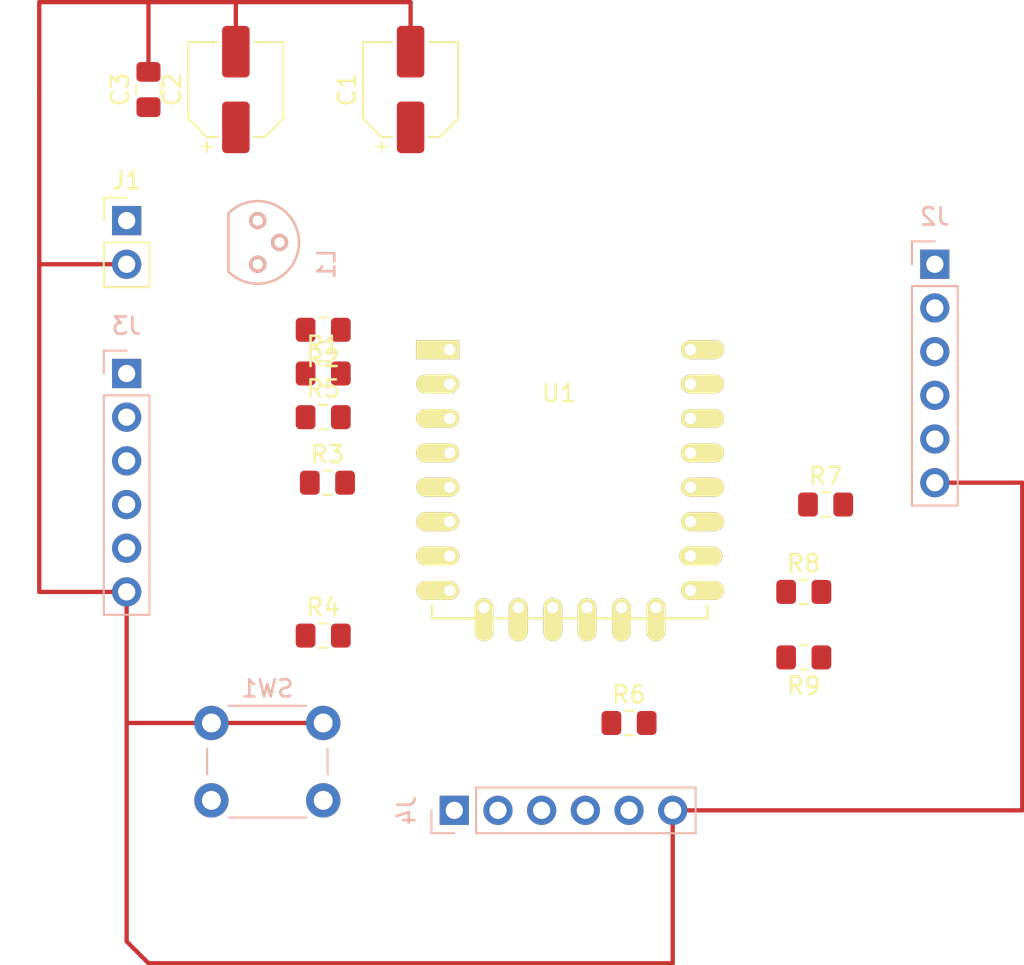
<source format=kicad_pcb>
(kicad_pcb (version 20171130) (host pcbnew 5.0.2-bee76a0~70~ubuntu16.04.1)

  (general
    (thickness 1.6)
    (drawings 0)
    (tracks 20)
    (zones 0)
    (modules 19)
    (nets 26)
  )

  (page A4)
  (layers
    (0 F.Cu signal)
    (31 B.Cu signal)
    (32 B.Adhes user)
    (33 F.Adhes user)
    (34 B.Paste user)
    (35 F.Paste user)
    (36 B.SilkS user)
    (37 F.SilkS user)
    (38 B.Mask user)
    (39 F.Mask user)
    (40 Dwgs.User user)
    (41 Cmts.User user)
    (42 Eco1.User user)
    (43 Eco2.User user)
    (44 Edge.Cuts user)
    (45 Margin user)
    (46 B.CrtYd user)
    (47 F.CrtYd user)
    (48 B.Fab user)
    (49 F.Fab user)
  )

  (setup
    (last_trace_width 0.25)
    (trace_clearance 0.2)
    (zone_clearance 0.508)
    (zone_45_only no)
    (trace_min 0.2)
    (segment_width 0.2)
    (edge_width 0.1)
    (via_size 0.8)
    (via_drill 0.4)
    (via_min_size 0.4)
    (via_min_drill 0.3)
    (uvia_size 0.3)
    (uvia_drill 0.1)
    (uvias_allowed no)
    (uvia_min_size 0.2)
    (uvia_min_drill 0.1)
    (pcb_text_width 0.3)
    (pcb_text_size 1.5 1.5)
    (mod_edge_width 0.15)
    (mod_text_size 1 1)
    (mod_text_width 0.15)
    (pad_size 1.5 1.5)
    (pad_drill 0.6)
    (pad_to_mask_clearance 0)
    (aux_axis_origin 0 0)
    (visible_elements FFFFFF7F)
    (pcbplotparams
      (layerselection 0x010fc_ffffffff)
      (usegerberextensions false)
      (usegerberattributes false)
      (usegerberadvancedattributes false)
      (creategerberjobfile false)
      (excludeedgelayer true)
      (linewidth 0.100000)
      (plotframeref false)
      (viasonmask false)
      (mode 1)
      (useauxorigin false)
      (hpglpennumber 1)
      (hpglpenspeed 20)
      (hpglpendiameter 15.000000)
      (psnegative false)
      (psa4output false)
      (plotreference true)
      (plotvalue true)
      (plotinvisibletext false)
      (padsonsilk false)
      (subtractmaskfromsilk false)
      (outputformat 1)
      (mirror false)
      (drillshape 1)
      (scaleselection 1)
      (outputdirectory ""))
  )

  (net 0 "")
  (net 1 "Net-(C1-Pad2)")
  (net 2 "Net-(C1-Pad1)")
  (net 3 "Net-(C2-Pad1)")
  (net 4 "Net-(J2-Pad2)")
  (net 5 "Net-(J2-Pad3)")
  (net 6 "Net-(J2-Pad4)")
  (net 7 "Net-(J2-Pad5)")
  (net 8 GPIO10)
  (net 9 GPIO12)
  (net 10 GPIO13)
  (net 11 GPIO14)
  (net 12 GPIO9)
  (net 13 GPIO5)
  (net 14 GPIO4)
  (net 15 "Net-(J4-Pad5)")
  (net 16 "Net-(R1-Pad2)")
  (net 17 "Net-(R4-Pad1)")
  (net 18 "Net-(R5-Pad2)")
  (net 19 "Net-(R6-Pad2)")
  (net 20 "Net-(R7-Pad1)")
  (net 21 "Net-(R8-Pad2)")
  (net 22 "Net-(U1-Pad17)")
  (net 23 "Net-(U1-Pad18)")
  (net 24 "Net-(U1-Pad21)")
  (net 25 "Net-(U1-Pad22)")

  (net_class Default "Это класс цепей по умолчанию."
    (clearance 0.2)
    (trace_width 0.25)
    (via_dia 0.8)
    (via_drill 0.4)
    (uvia_dia 0.3)
    (uvia_drill 0.1)
    (add_net GPIO10)
    (add_net GPIO12)
    (add_net GPIO13)
    (add_net GPIO14)
    (add_net GPIO4)
    (add_net GPIO5)
    (add_net GPIO9)
    (add_net "Net-(C1-Pad1)")
    (add_net "Net-(C1-Pad2)")
    (add_net "Net-(C2-Pad1)")
    (add_net "Net-(J2-Pad2)")
    (add_net "Net-(J2-Pad3)")
    (add_net "Net-(J2-Pad4)")
    (add_net "Net-(J2-Pad5)")
    (add_net "Net-(J4-Pad5)")
    (add_net "Net-(R1-Pad2)")
    (add_net "Net-(R4-Pad1)")
    (add_net "Net-(R5-Pad2)")
    (add_net "Net-(R6-Pad2)")
    (add_net "Net-(R7-Pad1)")
    (add_net "Net-(R8-Pad2)")
    (add_net "Net-(U1-Pad17)")
    (add_net "Net-(U1-Pad18)")
    (add_net "Net-(U1-Pad21)")
    (add_net "Net-(U1-Pad22)")
  )

  (module Capacitor_SMD:CP_Elec_5x3 (layer F.Cu) (tedit 5BCA39CF) (tstamp 5CAE6BE4)
    (at 85.09 50.8 90)
    (descr "SMD capacitor, aluminum electrolytic, Nichicon, 5.0x3.0mm")
    (tags "capacitor electrolytic")
    (path /5C5E3F09)
    (attr smd)
    (fp_text reference C1 (at 0 -3.7 90) (layer F.SilkS)
      (effects (font (size 1 1) (thickness 0.15)))
    )
    (fp_text value 10mF (at 0 3.7 90) (layer F.Fab)
      (effects (font (size 1 1) (thickness 0.15)))
    )
    (fp_text user %R (at 0 0 90) (layer F.Fab)
      (effects (font (size 1 1) (thickness 0.15)))
    )
    (fp_line (start -3.95 1.05) (end -2.9 1.05) (layer F.CrtYd) (width 0.05))
    (fp_line (start -3.95 -1.05) (end -3.95 1.05) (layer F.CrtYd) (width 0.05))
    (fp_line (start -2.9 -1.05) (end -3.95 -1.05) (layer F.CrtYd) (width 0.05))
    (fp_line (start -2.9 1.05) (end -2.9 1.75) (layer F.CrtYd) (width 0.05))
    (fp_line (start -2.9 -1.75) (end -2.9 -1.05) (layer F.CrtYd) (width 0.05))
    (fp_line (start -2.9 -1.75) (end -1.75 -2.9) (layer F.CrtYd) (width 0.05))
    (fp_line (start -2.9 1.75) (end -1.75 2.9) (layer F.CrtYd) (width 0.05))
    (fp_line (start -1.75 -2.9) (end 2.9 -2.9) (layer F.CrtYd) (width 0.05))
    (fp_line (start -1.75 2.9) (end 2.9 2.9) (layer F.CrtYd) (width 0.05))
    (fp_line (start 2.9 1.05) (end 2.9 2.9) (layer F.CrtYd) (width 0.05))
    (fp_line (start 3.95 1.05) (end 2.9 1.05) (layer F.CrtYd) (width 0.05))
    (fp_line (start 3.95 -1.05) (end 3.95 1.05) (layer F.CrtYd) (width 0.05))
    (fp_line (start 2.9 -1.05) (end 3.95 -1.05) (layer F.CrtYd) (width 0.05))
    (fp_line (start 2.9 -2.9) (end 2.9 -1.05) (layer F.CrtYd) (width 0.05))
    (fp_line (start -3.3125 -1.9975) (end -3.3125 -1.3725) (layer F.SilkS) (width 0.12))
    (fp_line (start -3.625 -1.685) (end -3 -1.685) (layer F.SilkS) (width 0.12))
    (fp_line (start -2.76 1.695563) (end -1.695563 2.76) (layer F.SilkS) (width 0.12))
    (fp_line (start -2.76 -1.695563) (end -1.695563 -2.76) (layer F.SilkS) (width 0.12))
    (fp_line (start -2.76 -1.695563) (end -2.76 -1.06) (layer F.SilkS) (width 0.12))
    (fp_line (start -2.76 1.695563) (end -2.76 1.06) (layer F.SilkS) (width 0.12))
    (fp_line (start -1.695563 2.76) (end 2.76 2.76) (layer F.SilkS) (width 0.12))
    (fp_line (start -1.695563 -2.76) (end 2.76 -2.76) (layer F.SilkS) (width 0.12))
    (fp_line (start 2.76 -2.76) (end 2.76 -1.06) (layer F.SilkS) (width 0.12))
    (fp_line (start 2.76 2.76) (end 2.76 1.06) (layer F.SilkS) (width 0.12))
    (fp_line (start -1.783956 -1.45) (end -1.783956 -0.95) (layer F.Fab) (width 0.1))
    (fp_line (start -2.033956 -1.2) (end -1.533956 -1.2) (layer F.Fab) (width 0.1))
    (fp_line (start -2.65 1.65) (end -1.65 2.65) (layer F.Fab) (width 0.1))
    (fp_line (start -2.65 -1.65) (end -1.65 -2.65) (layer F.Fab) (width 0.1))
    (fp_line (start -2.65 -1.65) (end -2.65 1.65) (layer F.Fab) (width 0.1))
    (fp_line (start -1.65 2.65) (end 2.65 2.65) (layer F.Fab) (width 0.1))
    (fp_line (start -1.65 -2.65) (end 2.65 -2.65) (layer F.Fab) (width 0.1))
    (fp_line (start 2.65 -2.65) (end 2.65 2.65) (layer F.Fab) (width 0.1))
    (fp_circle (center 0 0) (end 2.5 0) (layer F.Fab) (width 0.1))
    (pad 2 smd roundrect (at 2.2 0 90) (size 3 1.6) (layers F.Cu F.Paste F.Mask) (roundrect_rratio 0.15625)
      (net 1 "Net-(C1-Pad2)"))
    (pad 1 smd roundrect (at -2.2 0 90) (size 3 1.6) (layers F.Cu F.Paste F.Mask) (roundrect_rratio 0.15625)
      (net 2 "Net-(C1-Pad1)"))
    (model ${KISYS3DMOD}/Capacitor_SMD.3dshapes/CP_Elec_5x3.wrl
      (at (xyz 0 0 0))
      (scale (xyz 1 1 1))
      (rotate (xyz 0 0 0))
    )
  )

  (module Capacitor_SMD:CP_Elec_5x3 (layer F.Cu) (tedit 5BCA39CF) (tstamp 5CAE6C0C)
    (at 74.93 50.8 90)
    (descr "SMD capacitor, aluminum electrolytic, Nichicon, 5.0x3.0mm")
    (tags "capacitor electrolytic")
    (path /5C5E3EA1)
    (attr smd)
    (fp_text reference C2 (at 0 -3.7 90) (layer F.SilkS)
      (effects (font (size 1 1) (thickness 0.15)))
    )
    (fp_text value 10mF (at 0 3.7 90) (layer F.Fab)
      (effects (font (size 1 1) (thickness 0.15)))
    )
    (fp_circle (center 0 0) (end 2.5 0) (layer F.Fab) (width 0.1))
    (fp_line (start 2.65 -2.65) (end 2.65 2.65) (layer F.Fab) (width 0.1))
    (fp_line (start -1.65 -2.65) (end 2.65 -2.65) (layer F.Fab) (width 0.1))
    (fp_line (start -1.65 2.65) (end 2.65 2.65) (layer F.Fab) (width 0.1))
    (fp_line (start -2.65 -1.65) (end -2.65 1.65) (layer F.Fab) (width 0.1))
    (fp_line (start -2.65 -1.65) (end -1.65 -2.65) (layer F.Fab) (width 0.1))
    (fp_line (start -2.65 1.65) (end -1.65 2.65) (layer F.Fab) (width 0.1))
    (fp_line (start -2.033956 -1.2) (end -1.533956 -1.2) (layer F.Fab) (width 0.1))
    (fp_line (start -1.783956 -1.45) (end -1.783956 -0.95) (layer F.Fab) (width 0.1))
    (fp_line (start 2.76 2.76) (end 2.76 1.06) (layer F.SilkS) (width 0.12))
    (fp_line (start 2.76 -2.76) (end 2.76 -1.06) (layer F.SilkS) (width 0.12))
    (fp_line (start -1.695563 -2.76) (end 2.76 -2.76) (layer F.SilkS) (width 0.12))
    (fp_line (start -1.695563 2.76) (end 2.76 2.76) (layer F.SilkS) (width 0.12))
    (fp_line (start -2.76 1.695563) (end -2.76 1.06) (layer F.SilkS) (width 0.12))
    (fp_line (start -2.76 -1.695563) (end -2.76 -1.06) (layer F.SilkS) (width 0.12))
    (fp_line (start -2.76 -1.695563) (end -1.695563 -2.76) (layer F.SilkS) (width 0.12))
    (fp_line (start -2.76 1.695563) (end -1.695563 2.76) (layer F.SilkS) (width 0.12))
    (fp_line (start -3.625 -1.685) (end -3 -1.685) (layer F.SilkS) (width 0.12))
    (fp_line (start -3.3125 -1.9975) (end -3.3125 -1.3725) (layer F.SilkS) (width 0.12))
    (fp_line (start 2.9 -2.9) (end 2.9 -1.05) (layer F.CrtYd) (width 0.05))
    (fp_line (start 2.9 -1.05) (end 3.95 -1.05) (layer F.CrtYd) (width 0.05))
    (fp_line (start 3.95 -1.05) (end 3.95 1.05) (layer F.CrtYd) (width 0.05))
    (fp_line (start 3.95 1.05) (end 2.9 1.05) (layer F.CrtYd) (width 0.05))
    (fp_line (start 2.9 1.05) (end 2.9 2.9) (layer F.CrtYd) (width 0.05))
    (fp_line (start -1.75 2.9) (end 2.9 2.9) (layer F.CrtYd) (width 0.05))
    (fp_line (start -1.75 -2.9) (end 2.9 -2.9) (layer F.CrtYd) (width 0.05))
    (fp_line (start -2.9 1.75) (end -1.75 2.9) (layer F.CrtYd) (width 0.05))
    (fp_line (start -2.9 -1.75) (end -1.75 -2.9) (layer F.CrtYd) (width 0.05))
    (fp_line (start -2.9 -1.75) (end -2.9 -1.05) (layer F.CrtYd) (width 0.05))
    (fp_line (start -2.9 1.05) (end -2.9 1.75) (layer F.CrtYd) (width 0.05))
    (fp_line (start -2.9 -1.05) (end -3.95 -1.05) (layer F.CrtYd) (width 0.05))
    (fp_line (start -3.95 -1.05) (end -3.95 1.05) (layer F.CrtYd) (width 0.05))
    (fp_line (start -3.95 1.05) (end -2.9 1.05) (layer F.CrtYd) (width 0.05))
    (fp_text user %R (at 0 0 90) (layer F.Fab)
      (effects (font (size 1 1) (thickness 0.15)))
    )
    (pad 1 smd roundrect (at -2.2 0 90) (size 3 1.6) (layers F.Cu F.Paste F.Mask) (roundrect_rratio 0.15625)
      (net 3 "Net-(C2-Pad1)"))
    (pad 2 smd roundrect (at 2.2 0 90) (size 3 1.6) (layers F.Cu F.Paste F.Mask) (roundrect_rratio 0.15625)
      (net 1 "Net-(C1-Pad2)"))
    (model ${KISYS3DMOD}/Capacitor_SMD.3dshapes/CP_Elec_5x3.wrl
      (at (xyz 0 0 0))
      (scale (xyz 1 1 1))
      (rotate (xyz 0 0 0))
    )
  )

  (module Capacitor_SMD:C_0805_2012Metric_Pad1.15x1.40mm_HandSolder (layer F.Cu) (tedit 5B36C52B) (tstamp 5CAE6C1D)
    (at 69.85 50.8 90)
    (descr "Capacitor SMD 0805 (2012 Metric), square (rectangular) end terminal, IPC_7351 nominal with elongated pad for handsoldering. (Body size source: https://docs.google.com/spreadsheets/d/1BsfQQcO9C6DZCsRaXUlFlo91Tg2WpOkGARC1WS5S8t0/edit?usp=sharing), generated with kicad-footprint-generator")
    (tags "capacitor handsolder")
    (path /5C5B0FDA)
    (attr smd)
    (fp_text reference C3 (at 0 -1.65 90) (layer F.SilkS)
      (effects (font (size 1 1) (thickness 0.15)))
    )
    (fp_text value 0.1mF (at 0 1.65 90) (layer F.Fab)
      (effects (font (size 1 1) (thickness 0.15)))
    )
    (fp_line (start -1 0.6) (end -1 -0.6) (layer F.Fab) (width 0.1))
    (fp_line (start -1 -0.6) (end 1 -0.6) (layer F.Fab) (width 0.1))
    (fp_line (start 1 -0.6) (end 1 0.6) (layer F.Fab) (width 0.1))
    (fp_line (start 1 0.6) (end -1 0.6) (layer F.Fab) (width 0.1))
    (fp_line (start -0.261252 -0.71) (end 0.261252 -0.71) (layer F.SilkS) (width 0.12))
    (fp_line (start -0.261252 0.71) (end 0.261252 0.71) (layer F.SilkS) (width 0.12))
    (fp_line (start -1.85 0.95) (end -1.85 -0.95) (layer F.CrtYd) (width 0.05))
    (fp_line (start -1.85 -0.95) (end 1.85 -0.95) (layer F.CrtYd) (width 0.05))
    (fp_line (start 1.85 -0.95) (end 1.85 0.95) (layer F.CrtYd) (width 0.05))
    (fp_line (start 1.85 0.95) (end -1.85 0.95) (layer F.CrtYd) (width 0.05))
    (fp_text user %R (at 0 0 90) (layer F.Fab)
      (effects (font (size 0.5 0.5) (thickness 0.08)))
    )
    (pad 1 smd roundrect (at -1.025 0 90) (size 1.15 1.4) (layers F.Cu F.Paste F.Mask) (roundrect_rratio 0.217391)
      (net 3 "Net-(C2-Pad1)"))
    (pad 2 smd roundrect (at 1.025 0 90) (size 1.15 1.4) (layers F.Cu F.Paste F.Mask) (roundrect_rratio 0.217391)
      (net 1 "Net-(C1-Pad2)"))
    (model ${KISYS3DMOD}/Capacitor_SMD.3dshapes/C_0805_2012Metric.wrl
      (at (xyz 0 0 0))
      (scale (xyz 1 1 1))
      (rotate (xyz 0 0 0))
    )
  )

  (module Connector_PinHeader_2.54mm:PinHeader_1x02_P2.54mm_Vertical (layer F.Cu) (tedit 59FED5CC) (tstamp 5CAE6C33)
    (at 68.58 58.42)
    (descr "Through hole straight pin header, 1x02, 2.54mm pitch, single row")
    (tags "Through hole pin header THT 1x02 2.54mm single row")
    (path /5C5E995A)
    (fp_text reference J1 (at 0 -2.33) (layer F.SilkS)
      (effects (font (size 1 1) (thickness 0.15)))
    )
    (fp_text value Battery (at 0 4.87) (layer F.Fab)
      (effects (font (size 1 1) (thickness 0.15)))
    )
    (fp_line (start -0.635 -1.27) (end 1.27 -1.27) (layer F.Fab) (width 0.1))
    (fp_line (start 1.27 -1.27) (end 1.27 3.81) (layer F.Fab) (width 0.1))
    (fp_line (start 1.27 3.81) (end -1.27 3.81) (layer F.Fab) (width 0.1))
    (fp_line (start -1.27 3.81) (end -1.27 -0.635) (layer F.Fab) (width 0.1))
    (fp_line (start -1.27 -0.635) (end -0.635 -1.27) (layer F.Fab) (width 0.1))
    (fp_line (start -1.33 3.87) (end 1.33 3.87) (layer F.SilkS) (width 0.12))
    (fp_line (start -1.33 1.27) (end -1.33 3.87) (layer F.SilkS) (width 0.12))
    (fp_line (start 1.33 1.27) (end 1.33 3.87) (layer F.SilkS) (width 0.12))
    (fp_line (start -1.33 1.27) (end 1.33 1.27) (layer F.SilkS) (width 0.12))
    (fp_line (start -1.33 0) (end -1.33 -1.33) (layer F.SilkS) (width 0.12))
    (fp_line (start -1.33 -1.33) (end 0 -1.33) (layer F.SilkS) (width 0.12))
    (fp_line (start -1.8 -1.8) (end -1.8 4.35) (layer F.CrtYd) (width 0.05))
    (fp_line (start -1.8 4.35) (end 1.8 4.35) (layer F.CrtYd) (width 0.05))
    (fp_line (start 1.8 4.35) (end 1.8 -1.8) (layer F.CrtYd) (width 0.05))
    (fp_line (start 1.8 -1.8) (end -1.8 -1.8) (layer F.CrtYd) (width 0.05))
    (fp_text user %R (at 0 1.27 90) (layer F.Fab)
      (effects (font (size 1 1) (thickness 0.15)))
    )
    (pad 1 thru_hole rect (at 0 0) (size 1.7 1.7) (drill 1) (layers *.Cu *.Mask)
      (net 2 "Net-(C1-Pad1)"))
    (pad 2 thru_hole oval (at 0 2.54) (size 1.7 1.7) (drill 1) (layers *.Cu *.Mask)
      (net 1 "Net-(C1-Pad2)"))
    (model ${KISYS3DMOD}/Connector_PinHeader_2.54mm.3dshapes/PinHeader_1x02_P2.54mm_Vertical.wrl
      (at (xyz 0 0 0))
      (scale (xyz 1 1 1))
      (rotate (xyz 0 0 0))
    )
  )

  (module Connector_PinSocket_2.54mm:PinSocket_1x06_P2.54mm_Vertical (layer B.Cu) (tedit 5A19A430) (tstamp 5CAE6C4D)
    (at 115.57 60.96 180)
    (descr "Through hole straight socket strip, 1x06, 2.54mm pitch, single row (from Kicad 4.0.7), script generated")
    (tags "Through hole socket strip THT 1x06 2.54mm single row")
    (path /5C5CFE61)
    (fp_text reference J2 (at 0 2.77 180) (layer B.SilkS)
      (effects (font (size 1 1) (thickness 0.15)) (justify mirror))
    )
    (fp_text value USB-TTL (at 0 -15.47 180) (layer B.Fab)
      (effects (font (size 1 1) (thickness 0.15)) (justify mirror))
    )
    (fp_line (start -1.27 1.27) (end 0.635 1.27) (layer B.Fab) (width 0.1))
    (fp_line (start 0.635 1.27) (end 1.27 0.635) (layer B.Fab) (width 0.1))
    (fp_line (start 1.27 0.635) (end 1.27 -13.97) (layer B.Fab) (width 0.1))
    (fp_line (start 1.27 -13.97) (end -1.27 -13.97) (layer B.Fab) (width 0.1))
    (fp_line (start -1.27 -13.97) (end -1.27 1.27) (layer B.Fab) (width 0.1))
    (fp_line (start -1.33 -1.27) (end 1.33 -1.27) (layer B.SilkS) (width 0.12))
    (fp_line (start -1.33 -1.27) (end -1.33 -14.03) (layer B.SilkS) (width 0.12))
    (fp_line (start -1.33 -14.03) (end 1.33 -14.03) (layer B.SilkS) (width 0.12))
    (fp_line (start 1.33 -1.27) (end 1.33 -14.03) (layer B.SilkS) (width 0.12))
    (fp_line (start 1.33 1.33) (end 1.33 0) (layer B.SilkS) (width 0.12))
    (fp_line (start 0 1.33) (end 1.33 1.33) (layer B.SilkS) (width 0.12))
    (fp_line (start -1.8 1.8) (end 1.75 1.8) (layer B.CrtYd) (width 0.05))
    (fp_line (start 1.75 1.8) (end 1.75 -14.45) (layer B.CrtYd) (width 0.05))
    (fp_line (start 1.75 -14.45) (end -1.8 -14.45) (layer B.CrtYd) (width 0.05))
    (fp_line (start -1.8 -14.45) (end -1.8 1.8) (layer B.CrtYd) (width 0.05))
    (fp_text user %R (at 0 -6.35 90) (layer B.Fab)
      (effects (font (size 1 1) (thickness 0.15)) (justify mirror))
    )
    (pad 1 thru_hole rect (at 0 0 180) (size 1.7 1.7) (drill 1) (layers *.Cu *.Mask)
      (net 3 "Net-(C2-Pad1)"))
    (pad 2 thru_hole oval (at 0 -2.54 180) (size 1.7 1.7) (drill 1) (layers *.Cu *.Mask)
      (net 4 "Net-(J2-Pad2)"))
    (pad 3 thru_hole oval (at 0 -5.08 180) (size 1.7 1.7) (drill 1) (layers *.Cu *.Mask)
      (net 5 "Net-(J2-Pad3)"))
    (pad 4 thru_hole oval (at 0 -7.62 180) (size 1.7 1.7) (drill 1) (layers *.Cu *.Mask)
      (net 6 "Net-(J2-Pad4)"))
    (pad 5 thru_hole oval (at 0 -10.16 180) (size 1.7 1.7) (drill 1) (layers *.Cu *.Mask)
      (net 7 "Net-(J2-Pad5)"))
    (pad 6 thru_hole oval (at 0 -12.7 180) (size 1.7 1.7) (drill 1) (layers *.Cu *.Mask)
      (net 1 "Net-(C1-Pad2)"))
    (model ${KISYS3DMOD}/Connector_PinSocket_2.54mm.3dshapes/PinSocket_1x06_P2.54mm_Vertical.wrl
      (at (xyz 0 0 0))
      (scale (xyz 1 1 1))
      (rotate (xyz 0 0 0))
    )
  )

  (module Connector_PinSocket_2.54mm:PinSocket_1x06_P2.54mm_Vertical (layer B.Cu) (tedit 5A19A430) (tstamp 5CAE6C67)
    (at 68.58 67.31 180)
    (descr "Through hole straight socket strip, 1x06, 2.54mm pitch, single row (from Kicad 4.0.7), script generated")
    (tags "Through hole socket strip THT 1x06 2.54mm single row")
    (path /5CA38485)
    (fp_text reference J3 (at 0 2.77 180) (layer B.SilkS)
      (effects (font (size 1 1) (thickness 0.15)) (justify mirror))
    )
    (fp_text value 6PIN-WITH-POWER (at 0 -15.47 180) (layer B.Fab)
      (effects (font (size 1 1) (thickness 0.15)) (justify mirror))
    )
    (fp_text user %R (at 0 -6.35 90) (layer B.Fab)
      (effects (font (size 1 1) (thickness 0.15)) (justify mirror))
    )
    (fp_line (start -1.8 -14.45) (end -1.8 1.8) (layer B.CrtYd) (width 0.05))
    (fp_line (start 1.75 -14.45) (end -1.8 -14.45) (layer B.CrtYd) (width 0.05))
    (fp_line (start 1.75 1.8) (end 1.75 -14.45) (layer B.CrtYd) (width 0.05))
    (fp_line (start -1.8 1.8) (end 1.75 1.8) (layer B.CrtYd) (width 0.05))
    (fp_line (start 0 1.33) (end 1.33 1.33) (layer B.SilkS) (width 0.12))
    (fp_line (start 1.33 1.33) (end 1.33 0) (layer B.SilkS) (width 0.12))
    (fp_line (start 1.33 -1.27) (end 1.33 -14.03) (layer B.SilkS) (width 0.12))
    (fp_line (start -1.33 -14.03) (end 1.33 -14.03) (layer B.SilkS) (width 0.12))
    (fp_line (start -1.33 -1.27) (end -1.33 -14.03) (layer B.SilkS) (width 0.12))
    (fp_line (start -1.33 -1.27) (end 1.33 -1.27) (layer B.SilkS) (width 0.12))
    (fp_line (start -1.27 -13.97) (end -1.27 1.27) (layer B.Fab) (width 0.1))
    (fp_line (start 1.27 -13.97) (end -1.27 -13.97) (layer B.Fab) (width 0.1))
    (fp_line (start 1.27 0.635) (end 1.27 -13.97) (layer B.Fab) (width 0.1))
    (fp_line (start 0.635 1.27) (end 1.27 0.635) (layer B.Fab) (width 0.1))
    (fp_line (start -1.27 1.27) (end 0.635 1.27) (layer B.Fab) (width 0.1))
    (pad 6 thru_hole oval (at 0 -12.7 180) (size 1.7 1.7) (drill 1) (layers *.Cu *.Mask)
      (net 1 "Net-(C1-Pad2)"))
    (pad 5 thru_hole oval (at 0 -10.16 180) (size 1.7 1.7) (drill 1) (layers *.Cu *.Mask)
      (net 8 GPIO10))
    (pad 4 thru_hole oval (at 0 -7.62 180) (size 1.7 1.7) (drill 1) (layers *.Cu *.Mask)
      (net 9 GPIO12))
    (pad 3 thru_hole oval (at 0 -5.08 180) (size 1.7 1.7) (drill 1) (layers *.Cu *.Mask)
      (net 10 GPIO13))
    (pad 2 thru_hole oval (at 0 -2.54 180) (size 1.7 1.7) (drill 1) (layers *.Cu *.Mask)
      (net 11 GPIO14))
    (pad 1 thru_hole rect (at 0 0 180) (size 1.7 1.7) (drill 1) (layers *.Cu *.Mask)
      (net 3 "Net-(C2-Pad1)"))
    (model ${KISYS3DMOD}/Connector_PinSocket_2.54mm.3dshapes/PinSocket_1x06_P2.54mm_Vertical.wrl
      (at (xyz 0 0 0))
      (scale (xyz 1 1 1))
      (rotate (xyz 0 0 0))
    )
  )

  (module Connector_PinSocket_2.54mm:PinSocket_1x06_P2.54mm_Vertical (layer B.Cu) (tedit 5A19A430) (tstamp 5CAE6C81)
    (at 87.63 92.71 270)
    (descr "Through hole straight socket strip, 1x06, 2.54mm pitch, single row (from Kicad 4.0.7), script generated")
    (tags "Through hole socket strip THT 1x06 2.54mm single row")
    (path /5CA38513)
    (fp_text reference J4 (at 0 2.77 270) (layer B.SilkS)
      (effects (font (size 1 1) (thickness 0.15)) (justify mirror))
    )
    (fp_text value 6PIN-WITH-POWER (at 0 -15.47 270) (layer B.Fab)
      (effects (font (size 1 1) (thickness 0.15)) (justify mirror))
    )
    (fp_line (start -1.27 1.27) (end 0.635 1.27) (layer B.Fab) (width 0.1))
    (fp_line (start 0.635 1.27) (end 1.27 0.635) (layer B.Fab) (width 0.1))
    (fp_line (start 1.27 0.635) (end 1.27 -13.97) (layer B.Fab) (width 0.1))
    (fp_line (start 1.27 -13.97) (end -1.27 -13.97) (layer B.Fab) (width 0.1))
    (fp_line (start -1.27 -13.97) (end -1.27 1.27) (layer B.Fab) (width 0.1))
    (fp_line (start -1.33 -1.27) (end 1.33 -1.27) (layer B.SilkS) (width 0.12))
    (fp_line (start -1.33 -1.27) (end -1.33 -14.03) (layer B.SilkS) (width 0.12))
    (fp_line (start -1.33 -14.03) (end 1.33 -14.03) (layer B.SilkS) (width 0.12))
    (fp_line (start 1.33 -1.27) (end 1.33 -14.03) (layer B.SilkS) (width 0.12))
    (fp_line (start 1.33 1.33) (end 1.33 0) (layer B.SilkS) (width 0.12))
    (fp_line (start 0 1.33) (end 1.33 1.33) (layer B.SilkS) (width 0.12))
    (fp_line (start -1.8 1.8) (end 1.75 1.8) (layer B.CrtYd) (width 0.05))
    (fp_line (start 1.75 1.8) (end 1.75 -14.45) (layer B.CrtYd) (width 0.05))
    (fp_line (start 1.75 -14.45) (end -1.8 -14.45) (layer B.CrtYd) (width 0.05))
    (fp_line (start -1.8 -14.45) (end -1.8 1.8) (layer B.CrtYd) (width 0.05))
    (fp_text user %R (at 0 -6.35 180) (layer B.Fab)
      (effects (font (size 1 1) (thickness 0.15)) (justify mirror))
    )
    (pad 1 thru_hole rect (at 0 0 270) (size 1.7 1.7) (drill 1) (layers *.Cu *.Mask)
      (net 3 "Net-(C2-Pad1)"))
    (pad 2 thru_hole oval (at 0 -2.54 270) (size 1.7 1.7) (drill 1) (layers *.Cu *.Mask)
      (net 12 GPIO9))
    (pad 3 thru_hole oval (at 0 -5.08 270) (size 1.7 1.7) (drill 1) (layers *.Cu *.Mask)
      (net 13 GPIO5))
    (pad 4 thru_hole oval (at 0 -7.62 270) (size 1.7 1.7) (drill 1) (layers *.Cu *.Mask)
      (net 14 GPIO4))
    (pad 5 thru_hole oval (at 0 -10.16 270) (size 1.7 1.7) (drill 1) (layers *.Cu *.Mask)
      (net 15 "Net-(J4-Pad5)"))
    (pad 6 thru_hole oval (at 0 -12.7 270) (size 1.7 1.7) (drill 1) (layers *.Cu *.Mask)
      (net 1 "Net-(C1-Pad2)"))
    (model ${KISYS3DMOD}/Connector_PinSocket_2.54mm.3dshapes/PinSocket_1x06_P2.54mm_Vertical.wrl
      (at (xyz 0 0 0))
      (scale (xyz 1 1 1))
      (rotate (xyz 0 0 0))
    )
  )

  (module ht7333-a:ht7333-a (layer B.Cu) (tedit 586568D1) (tstamp 5CAE6C8F)
    (at 76.2 60.96 90)
    (descr "TO-92 leads molded, narrow, drill 0.6mm (see NXP sot054_po.pdf)")
    (tags "to-92 sc-43 sc-43a sot54 PA33 transistor")
    (path /5C5DCC89)
    (fp_text reference L1 (at 0 4 90) (layer B.SilkS)
      (effects (font (size 1 1) (thickness 0.15)) (justify mirror))
    )
    (fp_text value HT7333-A (at 0 -3 90) (layer B.Fab)
      (effects (font (size 1 1) (thickness 0.15)) (justify mirror))
    )
    (fp_line (start -1.4 -1.95) (end -1.4 2.65) (layer B.CrtYd) (width 0.05))
    (fp_line (start -1.4 -1.95) (end 3.9 -1.95) (layer B.CrtYd) (width 0.05))
    (fp_line (start -0.43 -1.7) (end 2.97 -1.7) (layer B.SilkS) (width 0.15))
    (fp_arc (start 1.27 0) (end 1.27 2.4) (angle 135) (layer B.SilkS) (width 0.15))
    (fp_arc (start 1.27 0) (end 1.27 2.4) (angle -135) (layer B.SilkS) (width 0.15))
    (fp_line (start -1.4 2.65) (end 3.9 2.65) (layer B.CrtYd) (width 0.05))
    (fp_line (start 3.9 -1.95) (end 3.9 2.65) (layer B.CrtYd) (width 0.05))
    (pad 2 thru_hole circle (at 1.27 1.27) (size 1.00076 1.00076) (drill 0.6) (layers *.Cu *.Mask B.SilkS)
      (net 2 "Net-(C1-Pad1)"))
    (pad 3 thru_hole circle (at 2.54 0) (size 1.00076 1.00076) (drill 0.6) (layers *.Cu *.Mask B.SilkS)
      (net 3 "Net-(C2-Pad1)"))
    (pad 1 thru_hole circle (at 0 0) (size 1.00076 1.00076) (drill 0.6) (layers *.Cu *.Mask B.SilkS)
      (net 1 "Net-(C1-Pad2)"))
    (model TO_SOT_Packages_THT.3dshapes/TO-92_Molded_Narrow.wrl
      (offset (xyz 1.269999980926514 0 0))
      (scale (xyz 1 1 1))
      (rotate (xyz 0 0 -90))
    )
  )

  (module Resistor_SMD:R_0805_2012Metric_Pad1.15x1.40mm_HandSolder (layer F.Cu) (tedit 5B36C52B) (tstamp 5CAE6CA0)
    (at 80.01 67.31)
    (descr "Resistor SMD 0805 (2012 Metric), square (rectangular) end terminal, IPC_7351 nominal with elongated pad for handsoldering. (Body size source: https://docs.google.com/spreadsheets/d/1BsfQQcO9C6DZCsRaXUlFlo91Tg2WpOkGARC1WS5S8t0/edit?usp=sharing), generated with kicad-footprint-generator")
    (tags "resistor handsolder")
    (path /5C5C8A64)
    (attr smd)
    (fp_text reference R1 (at 0 -1.65) (layer F.SilkS)
      (effects (font (size 1 1) (thickness 0.15)))
    )
    (fp_text value 200k (at 0 1.65) (layer F.Fab)
      (effects (font (size 1 1) (thickness 0.15)))
    )
    (fp_line (start -1 0.6) (end -1 -0.6) (layer F.Fab) (width 0.1))
    (fp_line (start -1 -0.6) (end 1 -0.6) (layer F.Fab) (width 0.1))
    (fp_line (start 1 -0.6) (end 1 0.6) (layer F.Fab) (width 0.1))
    (fp_line (start 1 0.6) (end -1 0.6) (layer F.Fab) (width 0.1))
    (fp_line (start -0.261252 -0.71) (end 0.261252 -0.71) (layer F.SilkS) (width 0.12))
    (fp_line (start -0.261252 0.71) (end 0.261252 0.71) (layer F.SilkS) (width 0.12))
    (fp_line (start -1.85 0.95) (end -1.85 -0.95) (layer F.CrtYd) (width 0.05))
    (fp_line (start -1.85 -0.95) (end 1.85 -0.95) (layer F.CrtYd) (width 0.05))
    (fp_line (start 1.85 -0.95) (end 1.85 0.95) (layer F.CrtYd) (width 0.05))
    (fp_line (start 1.85 0.95) (end -1.85 0.95) (layer F.CrtYd) (width 0.05))
    (fp_text user %R (at 0 0) (layer F.Fab)
      (effects (font (size 0.5 0.5) (thickness 0.08)))
    )
    (pad 1 smd roundrect (at -1.025 0) (size 1.15 1.4) (layers F.Cu F.Paste F.Mask) (roundrect_rratio 0.217391)
      (net 2 "Net-(C1-Pad1)"))
    (pad 2 smd roundrect (at 1.025 0) (size 1.15 1.4) (layers F.Cu F.Paste F.Mask) (roundrect_rratio 0.217391)
      (net 16 "Net-(R1-Pad2)"))
    (model ${KISYS3DMOD}/Resistor_SMD.3dshapes/R_0805_2012Metric.wrl
      (at (xyz 0 0 0))
      (scale (xyz 1 1 1))
      (rotate (xyz 0 0 0))
    )
  )

  (module Resistor_SMD:R_0805_2012Metric_Pad1.15x1.40mm_HandSolder (layer F.Cu) (tedit 5B36C52B) (tstamp 5CAE6CB1)
    (at 80.01 64.77 180)
    (descr "Resistor SMD 0805 (2012 Metric), square (rectangular) end terminal, IPC_7351 nominal with elongated pad for handsoldering. (Body size source: https://docs.google.com/spreadsheets/d/1BsfQQcO9C6DZCsRaXUlFlo91Tg2WpOkGARC1WS5S8t0/edit?usp=sharing), generated with kicad-footprint-generator")
    (tags "resistor handsolder")
    (path /5C5CB4DD)
    (attr smd)
    (fp_text reference R2 (at 0 -1.65 180) (layer F.SilkS)
      (effects (font (size 1 1) (thickness 0.15)))
    )
    (fp_text value 800k (at 0 1.65 180) (layer F.Fab)
      (effects (font (size 1 1) (thickness 0.15)))
    )
    (fp_text user %R (at 0 0 180) (layer F.Fab)
      (effects (font (size 0.5 0.5) (thickness 0.08)))
    )
    (fp_line (start 1.85 0.95) (end -1.85 0.95) (layer F.CrtYd) (width 0.05))
    (fp_line (start 1.85 -0.95) (end 1.85 0.95) (layer F.CrtYd) (width 0.05))
    (fp_line (start -1.85 -0.95) (end 1.85 -0.95) (layer F.CrtYd) (width 0.05))
    (fp_line (start -1.85 0.95) (end -1.85 -0.95) (layer F.CrtYd) (width 0.05))
    (fp_line (start -0.261252 0.71) (end 0.261252 0.71) (layer F.SilkS) (width 0.12))
    (fp_line (start -0.261252 -0.71) (end 0.261252 -0.71) (layer F.SilkS) (width 0.12))
    (fp_line (start 1 0.6) (end -1 0.6) (layer F.Fab) (width 0.1))
    (fp_line (start 1 -0.6) (end 1 0.6) (layer F.Fab) (width 0.1))
    (fp_line (start -1 -0.6) (end 1 -0.6) (layer F.Fab) (width 0.1))
    (fp_line (start -1 0.6) (end -1 -0.6) (layer F.Fab) (width 0.1))
    (pad 2 smd roundrect (at 1.025 0 180) (size 1.15 1.4) (layers F.Cu F.Paste F.Mask) (roundrect_rratio 0.217391)
      (net 1 "Net-(C1-Pad2)"))
    (pad 1 smd roundrect (at -1.025 0 180) (size 1.15 1.4) (layers F.Cu F.Paste F.Mask) (roundrect_rratio 0.217391)
      (net 16 "Net-(R1-Pad2)"))
    (model ${KISYS3DMOD}/Resistor_SMD.3dshapes/R_0805_2012Metric.wrl
      (at (xyz 0 0 0))
      (scale (xyz 1 1 1))
      (rotate (xyz 0 0 0))
    )
  )

  (module Resistor_SMD:R_0805_2012Metric_Pad1.15x1.40mm_HandSolder (layer F.Cu) (tedit 5B36C52B) (tstamp 5CAE6CC2)
    (at 80.255 73.66)
    (descr "Resistor SMD 0805 (2012 Metric), square (rectangular) end terminal, IPC_7351 nominal with elongated pad for handsoldering. (Body size source: https://docs.google.com/spreadsheets/d/1BsfQQcO9C6DZCsRaXUlFlo91Tg2WpOkGARC1WS5S8t0/edit?usp=sharing), generated with kicad-footprint-generator")
    (tags "resistor handsolder")
    (path /5C5B0EB1)
    (attr smd)
    (fp_text reference R3 (at 0 -1.65) (layer F.SilkS)
      (effects (font (size 1 1) (thickness 0.15)))
    )
    (fp_text value 10k (at 0 1.65) (layer F.Fab)
      (effects (font (size 1 1) (thickness 0.15)))
    )
    (fp_text user %R (at 0 0) (layer F.Fab)
      (effects (font (size 0.5 0.5) (thickness 0.08)))
    )
    (fp_line (start 1.85 0.95) (end -1.85 0.95) (layer F.CrtYd) (width 0.05))
    (fp_line (start 1.85 -0.95) (end 1.85 0.95) (layer F.CrtYd) (width 0.05))
    (fp_line (start -1.85 -0.95) (end 1.85 -0.95) (layer F.CrtYd) (width 0.05))
    (fp_line (start -1.85 0.95) (end -1.85 -0.95) (layer F.CrtYd) (width 0.05))
    (fp_line (start -0.261252 0.71) (end 0.261252 0.71) (layer F.SilkS) (width 0.12))
    (fp_line (start -0.261252 -0.71) (end 0.261252 -0.71) (layer F.SilkS) (width 0.12))
    (fp_line (start 1 0.6) (end -1 0.6) (layer F.Fab) (width 0.1))
    (fp_line (start 1 -0.6) (end 1 0.6) (layer F.Fab) (width 0.1))
    (fp_line (start -1 -0.6) (end 1 -0.6) (layer F.Fab) (width 0.1))
    (fp_line (start -1 0.6) (end -1 -0.6) (layer F.Fab) (width 0.1))
    (pad 2 smd roundrect (at 1.025 0) (size 1.15 1.4) (layers F.Cu F.Paste F.Mask) (roundrect_rratio 0.217391)
      (net 4 "Net-(J2-Pad2)"))
    (pad 1 smd roundrect (at -1.025 0) (size 1.15 1.4) (layers F.Cu F.Paste F.Mask) (roundrect_rratio 0.217391)
      (net 3 "Net-(C2-Pad1)"))
    (model ${KISYS3DMOD}/Resistor_SMD.3dshapes/R_0805_2012Metric.wrl
      (at (xyz 0 0 0))
      (scale (xyz 1 1 1))
      (rotate (xyz 0 0 0))
    )
  )

  (module Resistor_SMD:R_0805_2012Metric_Pad1.15x1.40mm_HandSolder (layer F.Cu) (tedit 5B36C52B) (tstamp 5CAE6CD3)
    (at 80.01 82.55)
    (descr "Resistor SMD 0805 (2012 Metric), square (rectangular) end terminal, IPC_7351 nominal with elongated pad for handsoldering. (Body size source: https://docs.google.com/spreadsheets/d/1BsfQQcO9C6DZCsRaXUlFlo91Tg2WpOkGARC1WS5S8t0/edit?usp=sharing), generated with kicad-footprint-generator")
    (tags "resistor handsolder")
    (path /5C5D2FE1)
    (attr smd)
    (fp_text reference R4 (at 0 -1.65) (layer F.SilkS)
      (effects (font (size 1 1) (thickness 0.15)))
    )
    (fp_text value 470 (at 0 1.65) (layer F.Fab)
      (effects (font (size 1 1) (thickness 0.15)))
    )
    (fp_text user %R (at 0 0) (layer F.Fab)
      (effects (font (size 0.5 0.5) (thickness 0.08)))
    )
    (fp_line (start 1.85 0.95) (end -1.85 0.95) (layer F.CrtYd) (width 0.05))
    (fp_line (start 1.85 -0.95) (end 1.85 0.95) (layer F.CrtYd) (width 0.05))
    (fp_line (start -1.85 -0.95) (end 1.85 -0.95) (layer F.CrtYd) (width 0.05))
    (fp_line (start -1.85 0.95) (end -1.85 -0.95) (layer F.CrtYd) (width 0.05))
    (fp_line (start -0.261252 0.71) (end 0.261252 0.71) (layer F.SilkS) (width 0.12))
    (fp_line (start -0.261252 -0.71) (end 0.261252 -0.71) (layer F.SilkS) (width 0.12))
    (fp_line (start 1 0.6) (end -1 0.6) (layer F.Fab) (width 0.1))
    (fp_line (start 1 -0.6) (end 1 0.6) (layer F.Fab) (width 0.1))
    (fp_line (start -1 -0.6) (end 1 -0.6) (layer F.Fab) (width 0.1))
    (fp_line (start -1 0.6) (end -1 -0.6) (layer F.Fab) (width 0.1))
    (pad 2 smd roundrect (at 1.025 0) (size 1.15 1.4) (layers F.Cu F.Paste F.Mask) (roundrect_rratio 0.217391)
      (net 4 "Net-(J2-Pad2)"))
    (pad 1 smd roundrect (at -1.025 0) (size 1.15 1.4) (layers F.Cu F.Paste F.Mask) (roundrect_rratio 0.217391)
      (net 17 "Net-(R4-Pad1)"))
    (model ${KISYS3DMOD}/Resistor_SMD.3dshapes/R_0805_2012Metric.wrl
      (at (xyz 0 0 0))
      (scale (xyz 1 1 1))
      (rotate (xyz 0 0 0))
    )
  )

  (module Resistor_SMD:R_0805_2012Metric_Pad1.15x1.40mm_HandSolder (layer F.Cu) (tedit 5B36C52B) (tstamp 5CAE6CE4)
    (at 80.01 69.85)
    (descr "Resistor SMD 0805 (2012 Metric), square (rectangular) end terminal, IPC_7351 nominal with elongated pad for handsoldering. (Body size source: https://docs.google.com/spreadsheets/d/1BsfQQcO9C6DZCsRaXUlFlo91Tg2WpOkGARC1WS5S8t0/edit?usp=sharing), generated with kicad-footprint-generator")
    (tags "resistor handsolder")
    (path /5C5B0E15)
    (attr smd)
    (fp_text reference R5 (at 0 -1.65) (layer F.SilkS)
      (effects (font (size 1 1) (thickness 0.15)))
    )
    (fp_text value 10k (at 0 1.65) (layer F.Fab)
      (effects (font (size 1 1) (thickness 0.15)))
    )
    (fp_line (start -1 0.6) (end -1 -0.6) (layer F.Fab) (width 0.1))
    (fp_line (start -1 -0.6) (end 1 -0.6) (layer F.Fab) (width 0.1))
    (fp_line (start 1 -0.6) (end 1 0.6) (layer F.Fab) (width 0.1))
    (fp_line (start 1 0.6) (end -1 0.6) (layer F.Fab) (width 0.1))
    (fp_line (start -0.261252 -0.71) (end 0.261252 -0.71) (layer F.SilkS) (width 0.12))
    (fp_line (start -0.261252 0.71) (end 0.261252 0.71) (layer F.SilkS) (width 0.12))
    (fp_line (start -1.85 0.95) (end -1.85 -0.95) (layer F.CrtYd) (width 0.05))
    (fp_line (start -1.85 -0.95) (end 1.85 -0.95) (layer F.CrtYd) (width 0.05))
    (fp_line (start 1.85 -0.95) (end 1.85 0.95) (layer F.CrtYd) (width 0.05))
    (fp_line (start 1.85 0.95) (end -1.85 0.95) (layer F.CrtYd) (width 0.05))
    (fp_text user %R (at 0 0) (layer F.Fab)
      (effects (font (size 0.5 0.5) (thickness 0.08)))
    )
    (pad 1 smd roundrect (at -1.025 0) (size 1.15 1.4) (layers F.Cu F.Paste F.Mask) (roundrect_rratio 0.217391)
      (net 3 "Net-(C2-Pad1)"))
    (pad 2 smd roundrect (at 1.025 0) (size 1.15 1.4) (layers F.Cu F.Paste F.Mask) (roundrect_rratio 0.217391)
      (net 18 "Net-(R5-Pad2)"))
    (model ${KISYS3DMOD}/Resistor_SMD.3dshapes/R_0805_2012Metric.wrl
      (at (xyz 0 0 0))
      (scale (xyz 1 1 1))
      (rotate (xyz 0 0 0))
    )
  )

  (module Resistor_SMD:R_0805_2012Metric_Pad1.15x1.40mm_HandSolder (layer F.Cu) (tedit 5B36C52B) (tstamp 5CAE6CF5)
    (at 97.79 87.63)
    (descr "Resistor SMD 0805 (2012 Metric), square (rectangular) end terminal, IPC_7351 nominal with elongated pad for handsoldering. (Body size source: https://docs.google.com/spreadsheets/d/1BsfQQcO9C6DZCsRaXUlFlo91Tg2WpOkGARC1WS5S8t0/edit?usp=sharing), generated with kicad-footprint-generator")
    (tags "resistor handsolder")
    (path /5C5B0E77)
    (attr smd)
    (fp_text reference R6 (at 0 -1.65) (layer F.SilkS)
      (effects (font (size 1 1) (thickness 0.15)))
    )
    (fp_text value 10k (at 0 1.65) (layer F.Fab)
      (effects (font (size 1 1) (thickness 0.15)))
    )
    (fp_line (start -1 0.6) (end -1 -0.6) (layer F.Fab) (width 0.1))
    (fp_line (start -1 -0.6) (end 1 -0.6) (layer F.Fab) (width 0.1))
    (fp_line (start 1 -0.6) (end 1 0.6) (layer F.Fab) (width 0.1))
    (fp_line (start 1 0.6) (end -1 0.6) (layer F.Fab) (width 0.1))
    (fp_line (start -0.261252 -0.71) (end 0.261252 -0.71) (layer F.SilkS) (width 0.12))
    (fp_line (start -0.261252 0.71) (end 0.261252 0.71) (layer F.SilkS) (width 0.12))
    (fp_line (start -1.85 0.95) (end -1.85 -0.95) (layer F.CrtYd) (width 0.05))
    (fp_line (start -1.85 -0.95) (end 1.85 -0.95) (layer F.CrtYd) (width 0.05))
    (fp_line (start 1.85 -0.95) (end 1.85 0.95) (layer F.CrtYd) (width 0.05))
    (fp_line (start 1.85 0.95) (end -1.85 0.95) (layer F.CrtYd) (width 0.05))
    (fp_text user %R (at 0 0) (layer F.Fab)
      (effects (font (size 0.5 0.5) (thickness 0.08)))
    )
    (pad 1 smd roundrect (at -1.025 0) (size 1.15 1.4) (layers F.Cu F.Paste F.Mask) (roundrect_rratio 0.217391)
      (net 3 "Net-(C2-Pad1)"))
    (pad 2 smd roundrect (at 1.025 0) (size 1.15 1.4) (layers F.Cu F.Paste F.Mask) (roundrect_rratio 0.217391)
      (net 19 "Net-(R6-Pad2)"))
    (model ${KISYS3DMOD}/Resistor_SMD.3dshapes/R_0805_2012Metric.wrl
      (at (xyz 0 0 0))
      (scale (xyz 1 1 1))
      (rotate (xyz 0 0 0))
    )
  )

  (module Resistor_SMD:R_0805_2012Metric_Pad1.15x1.40mm_HandSolder (layer F.Cu) (tedit 5B36C52B) (tstamp 5CAE6D06)
    (at 109.22 74.93)
    (descr "Resistor SMD 0805 (2012 Metric), square (rectangular) end terminal, IPC_7351 nominal with elongated pad for handsoldering. (Body size source: https://docs.google.com/spreadsheets/d/1BsfQQcO9C6DZCsRaXUlFlo91Tg2WpOkGARC1WS5S8t0/edit?usp=sharing), generated with kicad-footprint-generator")
    (tags "resistor handsolder")
    (path /5C5B0F05)
    (attr smd)
    (fp_text reference R7 (at 0 -1.65) (layer F.SilkS)
      (effects (font (size 1 1) (thickness 0.15)))
    )
    (fp_text value 10k (at 0 1.65) (layer F.Fab)
      (effects (font (size 1 1) (thickness 0.15)))
    )
    (fp_text user %R (at 0 0) (layer F.Fab)
      (effects (font (size 0.5 0.5) (thickness 0.08)))
    )
    (fp_line (start 1.85 0.95) (end -1.85 0.95) (layer F.CrtYd) (width 0.05))
    (fp_line (start 1.85 -0.95) (end 1.85 0.95) (layer F.CrtYd) (width 0.05))
    (fp_line (start -1.85 -0.95) (end 1.85 -0.95) (layer F.CrtYd) (width 0.05))
    (fp_line (start -1.85 0.95) (end -1.85 -0.95) (layer F.CrtYd) (width 0.05))
    (fp_line (start -0.261252 0.71) (end 0.261252 0.71) (layer F.SilkS) (width 0.12))
    (fp_line (start -0.261252 -0.71) (end 0.261252 -0.71) (layer F.SilkS) (width 0.12))
    (fp_line (start 1 0.6) (end -1 0.6) (layer F.Fab) (width 0.1))
    (fp_line (start 1 -0.6) (end 1 0.6) (layer F.Fab) (width 0.1))
    (fp_line (start -1 -0.6) (end 1 -0.6) (layer F.Fab) (width 0.1))
    (fp_line (start -1 0.6) (end -1 -0.6) (layer F.Fab) (width 0.1))
    (pad 2 smd roundrect (at 1.025 0) (size 1.15 1.4) (layers F.Cu F.Paste F.Mask) (roundrect_rratio 0.217391)
      (net 1 "Net-(C1-Pad2)"))
    (pad 1 smd roundrect (at -1.025 0) (size 1.15 1.4) (layers F.Cu F.Paste F.Mask) (roundrect_rratio 0.217391)
      (net 20 "Net-(R7-Pad1)"))
    (model ${KISYS3DMOD}/Resistor_SMD.3dshapes/R_0805_2012Metric.wrl
      (at (xyz 0 0 0))
      (scale (xyz 1 1 1))
      (rotate (xyz 0 0 0))
    )
  )

  (module Resistor_SMD:R_0805_2012Metric_Pad1.15x1.40mm_HandSolder (layer F.Cu) (tedit 5B36C52B) (tstamp 5CAE6D17)
    (at 107.95 80.01)
    (descr "Resistor SMD 0805 (2012 Metric), square (rectangular) end terminal, IPC_7351 nominal with elongated pad for handsoldering. (Body size source: https://docs.google.com/spreadsheets/d/1BsfQQcO9C6DZCsRaXUlFlo91Tg2WpOkGARC1WS5S8t0/edit?usp=sharing), generated with kicad-footprint-generator")
    (tags "resistor handsolder")
    (path /5C5D2E9B)
    (attr smd)
    (fp_text reference R8 (at 0 -1.65) (layer F.SilkS)
      (effects (font (size 1 1) (thickness 0.15)))
    )
    (fp_text value 470 (at 0 1.65) (layer F.Fab)
      (effects (font (size 1 1) (thickness 0.15)))
    )
    (fp_line (start -1 0.6) (end -1 -0.6) (layer F.Fab) (width 0.1))
    (fp_line (start -1 -0.6) (end 1 -0.6) (layer F.Fab) (width 0.1))
    (fp_line (start 1 -0.6) (end 1 0.6) (layer F.Fab) (width 0.1))
    (fp_line (start 1 0.6) (end -1 0.6) (layer F.Fab) (width 0.1))
    (fp_line (start -0.261252 -0.71) (end 0.261252 -0.71) (layer F.SilkS) (width 0.12))
    (fp_line (start -0.261252 0.71) (end 0.261252 0.71) (layer F.SilkS) (width 0.12))
    (fp_line (start -1.85 0.95) (end -1.85 -0.95) (layer F.CrtYd) (width 0.05))
    (fp_line (start -1.85 -0.95) (end 1.85 -0.95) (layer F.CrtYd) (width 0.05))
    (fp_line (start 1.85 -0.95) (end 1.85 0.95) (layer F.CrtYd) (width 0.05))
    (fp_line (start 1.85 0.95) (end -1.85 0.95) (layer F.CrtYd) (width 0.05))
    (fp_text user %R (at 0 0) (layer F.Fab)
      (effects (font (size 0.5 0.5) (thickness 0.08)))
    )
    (pad 1 smd roundrect (at -1.025 0) (size 1.15 1.4) (layers F.Cu F.Paste F.Mask) (roundrect_rratio 0.217391)
      (net 7 "Net-(J2-Pad5)"))
    (pad 2 smd roundrect (at 1.025 0) (size 1.15 1.4) (layers F.Cu F.Paste F.Mask) (roundrect_rratio 0.217391)
      (net 21 "Net-(R8-Pad2)"))
    (model ${KISYS3DMOD}/Resistor_SMD.3dshapes/R_0805_2012Metric.wrl
      (at (xyz 0 0 0))
      (scale (xyz 1 1 1))
      (rotate (xyz 0 0 0))
    )
  )

  (module Resistor_SMD:R_0805_2012Metric_Pad1.15x1.40mm_HandSolder (layer F.Cu) (tedit 5B36C52B) (tstamp 5CAE6D28)
    (at 107.95 83.82 180)
    (descr "Resistor SMD 0805 (2012 Metric), square (rectangular) end terminal, IPC_7351 nominal with elongated pad for handsoldering. (Body size source: https://docs.google.com/spreadsheets/d/1BsfQQcO9C6DZCsRaXUlFlo91Tg2WpOkGARC1WS5S8t0/edit?usp=sharing), generated with kicad-footprint-generator")
    (tags "resistor handsolder")
    (path /5C5B0EDF)
    (attr smd)
    (fp_text reference R9 (at 0 -1.65 180) (layer F.SilkS)
      (effects (font (size 1 1) (thickness 0.15)))
    )
    (fp_text value 10k (at 0 1.65 180) (layer F.Fab)
      (effects (font (size 1 1) (thickness 0.15)))
    )
    (fp_line (start -1 0.6) (end -1 -0.6) (layer F.Fab) (width 0.1))
    (fp_line (start -1 -0.6) (end 1 -0.6) (layer F.Fab) (width 0.1))
    (fp_line (start 1 -0.6) (end 1 0.6) (layer F.Fab) (width 0.1))
    (fp_line (start 1 0.6) (end -1 0.6) (layer F.Fab) (width 0.1))
    (fp_line (start -0.261252 -0.71) (end 0.261252 -0.71) (layer F.SilkS) (width 0.12))
    (fp_line (start -0.261252 0.71) (end 0.261252 0.71) (layer F.SilkS) (width 0.12))
    (fp_line (start -1.85 0.95) (end -1.85 -0.95) (layer F.CrtYd) (width 0.05))
    (fp_line (start -1.85 -0.95) (end 1.85 -0.95) (layer F.CrtYd) (width 0.05))
    (fp_line (start 1.85 -0.95) (end 1.85 0.95) (layer F.CrtYd) (width 0.05))
    (fp_line (start 1.85 0.95) (end -1.85 0.95) (layer F.CrtYd) (width 0.05))
    (fp_text user %R (at 0 0 180) (layer F.Fab)
      (effects (font (size 0.5 0.5) (thickness 0.08)))
    )
    (pad 1 smd roundrect (at -1.025 0 180) (size 1.15 1.4) (layers F.Cu F.Paste F.Mask) (roundrect_rratio 0.217391)
      (net 3 "Net-(C2-Pad1)"))
    (pad 2 smd roundrect (at 1.025 0 180) (size 1.15 1.4) (layers F.Cu F.Paste F.Mask) (roundrect_rratio 0.217391)
      (net 7 "Net-(J2-Pad5)"))
    (model ${KISYS3DMOD}/Resistor_SMD.3dshapes/R_0805_2012Metric.wrl
      (at (xyz 0 0 0))
      (scale (xyz 1 1 1))
      (rotate (xyz 0 0 0))
    )
  )

  (module Button_Switch_THT:SW_PUSH_6mm (layer B.Cu) (tedit 5A02FE31) (tstamp 5CAE6D47)
    (at 80.01 87.63 180)
    (descr https://www.omron.com/ecb/products/pdf/en-b3f.pdf)
    (tags "tact sw push 6mm")
    (path /5C5B10CB)
    (fp_text reference SW1 (at 3.25 2 180) (layer B.SilkS)
      (effects (font (size 1 1) (thickness 0.15)) (justify mirror))
    )
    (fp_text value RESET (at 3.75 -6.7 180) (layer B.Fab)
      (effects (font (size 1 1) (thickness 0.15)) (justify mirror))
    )
    (fp_text user %R (at 3.25 -2.25 180) (layer B.Fab)
      (effects (font (size 1 1) (thickness 0.15)) (justify mirror))
    )
    (fp_line (start 3.25 0.75) (end 6.25 0.75) (layer B.Fab) (width 0.1))
    (fp_line (start 6.25 0.75) (end 6.25 -5.25) (layer B.Fab) (width 0.1))
    (fp_line (start 6.25 -5.25) (end 0.25 -5.25) (layer B.Fab) (width 0.1))
    (fp_line (start 0.25 -5.25) (end 0.25 0.75) (layer B.Fab) (width 0.1))
    (fp_line (start 0.25 0.75) (end 3.25 0.75) (layer B.Fab) (width 0.1))
    (fp_line (start 7.75 -6) (end 8 -6) (layer B.CrtYd) (width 0.05))
    (fp_line (start 8 -6) (end 8 -5.75) (layer B.CrtYd) (width 0.05))
    (fp_line (start 7.75 1.5) (end 8 1.5) (layer B.CrtYd) (width 0.05))
    (fp_line (start 8 1.5) (end 8 1.25) (layer B.CrtYd) (width 0.05))
    (fp_line (start -1.5 1.25) (end -1.5 1.5) (layer B.CrtYd) (width 0.05))
    (fp_line (start -1.5 1.5) (end -1.25 1.5) (layer B.CrtYd) (width 0.05))
    (fp_line (start -1.5 -5.75) (end -1.5 -6) (layer B.CrtYd) (width 0.05))
    (fp_line (start -1.5 -6) (end -1.25 -6) (layer B.CrtYd) (width 0.05))
    (fp_line (start -1.25 1.5) (end 7.75 1.5) (layer B.CrtYd) (width 0.05))
    (fp_line (start -1.5 -5.75) (end -1.5 1.25) (layer B.CrtYd) (width 0.05))
    (fp_line (start 7.75 -6) (end -1.25 -6) (layer B.CrtYd) (width 0.05))
    (fp_line (start 8 1.25) (end 8 -5.75) (layer B.CrtYd) (width 0.05))
    (fp_line (start 1 -5.5) (end 5.5 -5.5) (layer B.SilkS) (width 0.12))
    (fp_line (start -0.25 -1.5) (end -0.25 -3) (layer B.SilkS) (width 0.12))
    (fp_line (start 5.5 1) (end 1 1) (layer B.SilkS) (width 0.12))
    (fp_line (start 6.75 -3) (end 6.75 -1.5) (layer B.SilkS) (width 0.12))
    (fp_circle (center 3.25 -2.25) (end 1.25 -2.5) (layer B.Fab) (width 0.1))
    (pad 2 thru_hole circle (at 0 -4.5 90) (size 2 2) (drill 1.1) (layers *.Cu *.Mask)
      (net 4 "Net-(J2-Pad2)"))
    (pad 1 thru_hole circle (at 0 0 90) (size 2 2) (drill 1.1) (layers *.Cu *.Mask)
      (net 1 "Net-(C1-Pad2)"))
    (pad 2 thru_hole circle (at 6.5 -4.5 90) (size 2 2) (drill 1.1) (layers *.Cu *.Mask)
      (net 4 "Net-(J2-Pad2)"))
    (pad 1 thru_hole circle (at 6.5 0 90) (size 2 2) (drill 1.1) (layers *.Cu *.Mask)
      (net 1 "Net-(C1-Pad2)"))
    (model ${KISYS3DMOD}/Button_Switch_THT.3dshapes/SW_PUSH_6mm.wrl
      (at (xyz 0 0 0))
      (scale (xyz 1 1 1))
      (rotate (xyz 0 0 0))
    )
  )

  (module ESP8266:ESP-12E (layer F.Cu) (tedit 58B47889) (tstamp 5CAE6D75)
    (at 87.365001 65.925001)
    (descr "Module, ESP-8266, ESP-12, 16 pad, SMD")
    (tags "Module ESP-8266 ESP8266")
    (path /5C5B0C83)
    (fp_text reference U1 (at 6.35 2.54) (layer F.SilkS)
      (effects (font (size 1 1) (thickness 0.15)))
    )
    (fp_text value ESP-12F (at 6.35 6.35) (layer F.Fab) hide
      (effects (font (size 1 1) (thickness 0.15)))
    )
    (fp_line (start -2.25 -0.5) (end -2.25 -8.75) (layer F.CrtYd) (width 0.05))
    (fp_line (start -2.25 -8.75) (end 15.25 -8.75) (layer F.CrtYd) (width 0.05))
    (fp_line (start 15.25 -8.75) (end 16.25 -8.75) (layer F.CrtYd) (width 0.05))
    (fp_line (start 16.25 -8.75) (end 16.25 16) (layer F.CrtYd) (width 0.05))
    (fp_line (start 16.25 16) (end -2.25 16) (layer F.CrtYd) (width 0.05))
    (fp_line (start -2.25 16) (end -2.25 -0.5) (layer F.CrtYd) (width 0.05))
    (fp_line (start -1.016 -8.382) (end 14.986 -8.382) (layer F.CrtYd) (width 0.1524))
    (fp_line (start 14.986 -8.382) (end 14.986 -0.889) (layer F.CrtYd) (width 0.1524))
    (fp_line (start -1.016 -8.382) (end -1.016 -1.016) (layer F.CrtYd) (width 0.1524))
    (fp_line (start -1.016 14.859) (end -1.016 15.621) (layer F.SilkS) (width 0.1524))
    (fp_line (start -1.016 15.621) (end 14.986 15.621) (layer F.SilkS) (width 0.1524))
    (fp_line (start 14.986 15.621) (end 14.986 14.859) (layer F.SilkS) (width 0.1524))
    (fp_line (start 14.992 -8.4) (end -1.008 -2.6) (layer F.CrtYd) (width 0.1524))
    (fp_line (start -1.008 -8.4) (end 14.992 -2.6) (layer F.CrtYd) (width 0.1524))
    (fp_text user "No Copper" (at 6.892 -5.4) (layer F.CrtYd)
      (effects (font (size 1 1) (thickness 0.15)))
    )
    (fp_line (start -1.008 -2.6) (end 14.992 -2.6) (layer F.CrtYd) (width 0.1524))
    (fp_line (start 15 -8.4) (end 15 15.6) (layer F.Fab) (width 0.05))
    (fp_line (start 14.992 15.6) (end -1.008 15.6) (layer F.Fab) (width 0.05))
    (fp_line (start -1.008 15.6) (end -1.008 -8.4) (layer F.Fab) (width 0.05))
    (fp_line (start -1.008 -8.4) (end 14.992 -8.4) (layer F.Fab) (width 0.05))
    (pad 1 thru_hole rect (at 0 0) (size 2.5 1.1) (drill 0.65 (offset -0.7 0)) (layers *.Cu *.Mask F.SilkS)
      (net 4 "Net-(J2-Pad2)"))
    (pad 2 thru_hole oval (at 0 2) (size 2.5 1.1) (drill 0.65 (offset -0.7 0)) (layers *.Cu *.Mask F.SilkS)
      (net 16 "Net-(R1-Pad2)"))
    (pad 3 thru_hole oval (at 0 4) (size 2.5 1.1) (drill 0.65 (offset -0.7 0)) (layers *.Cu *.Mask F.SilkS)
      (net 18 "Net-(R5-Pad2)"))
    (pad 4 thru_hole oval (at 0 6) (size 2.5 1.1) (drill 0.65 (offset -0.7 0)) (layers *.Cu *.Mask F.SilkS)
      (net 17 "Net-(R4-Pad1)"))
    (pad 5 thru_hole oval (at 0 8) (size 2.5 1.1) (drill 0.65 (offset -0.7 0)) (layers *.Cu *.Mask F.SilkS)
      (net 11 GPIO14))
    (pad 6 thru_hole oval (at 0 10) (size 2.5 1.1) (drill 0.65 (offset -0.7 0)) (layers *.Cu *.Mask F.SilkS)
      (net 9 GPIO12))
    (pad 7 thru_hole oval (at 0 12) (size 2.5 1.1) (drill 0.65 (offset -0.7 0)) (layers *.Cu *.Mask F.SilkS)
      (net 10 GPIO13))
    (pad 8 thru_hole oval (at 0 14) (size 2.5 1.1) (drill 0.65 (offset -0.7 0)) (layers *.Cu *.Mask F.SilkS)
      (net 3 "Net-(C2-Pad1)"))
    (pad 9 thru_hole oval (at 14 14) (size 2.5 1.1) (drill 0.65 (offset 0.7 0)) (layers *.Cu *.Mask F.SilkS)
      (net 1 "Net-(C1-Pad2)"))
    (pad 10 thru_hole oval (at 14 12) (size 2.5 1.1) (drill 0.65 (offset 0.6 0)) (layers *.Cu *.Mask F.SilkS)
      (net 20 "Net-(R7-Pad1)"))
    (pad 11 thru_hole oval (at 14 10) (size 2.5 1.1) (drill 0.65 (offset 0.7 0)) (layers *.Cu *.Mask F.SilkS)
      (net 19 "Net-(R6-Pad2)"))
    (pad 12 thru_hole oval (at 14 8) (size 2.5 1.1) (drill 0.65 (offset 0.7 0)) (layers *.Cu *.Mask F.SilkS)
      (net 21 "Net-(R8-Pad2)"))
    (pad 13 thru_hole oval (at 14 6) (size 2.5 1.1) (drill 0.65 (offset 0.7 0)) (layers *.Cu *.Mask F.SilkS)
      (net 14 GPIO4))
    (pad 14 thru_hole oval (at 14 4) (size 2.5 1.1) (drill 0.65 (offset 0.7 0)) (layers *.Cu *.Mask F.SilkS)
      (net 13 GPIO5))
    (pad 15 thru_hole oval (at 14 2) (size 2.5 1.1) (drill 0.65 (offset 0.7 0)) (layers *.Cu *.Mask F.SilkS)
      (net 6 "Net-(J2-Pad4)"))
    (pad 16 thru_hole oval (at 14 0) (size 2.5 1.1) (drill 0.65 (offset 0.7 0)) (layers *.Cu *.Mask F.SilkS)
      (net 5 "Net-(J2-Pad3)"))
    (pad 17 thru_hole oval (at 1.99 15 90) (size 2.5 1.1) (drill 0.65 (offset -0.7 0)) (layers *.Cu *.Mask F.SilkS)
      (net 22 "Net-(U1-Pad17)"))
    (pad 18 thru_hole oval (at 3.99 15 90) (size 2.5 1.1) (drill 0.65 (offset -0.7 0)) (layers *.Cu *.Mask F.SilkS)
      (net 23 "Net-(U1-Pad18)"))
    (pad 19 thru_hole oval (at 5.99 15 90) (size 2.5 1.1) (drill 0.65 (offset -0.7 0)) (layers *.Cu *.Mask F.SilkS)
      (net 12 GPIO9))
    (pad 20 thru_hole oval (at 7.99 15 90) (size 2.5 1.1) (drill 0.65 (offset -0.7 0)) (layers *.Cu *.Mask F.SilkS)
      (net 8 GPIO10))
    (pad 21 thru_hole oval (at 9.99 15 90) (size 2.5 1.1) (drill 0.65 (offset -0.7 0)) (layers *.Cu *.Mask F.SilkS)
      (net 24 "Net-(U1-Pad21)"))
    (pad 22 thru_hole oval (at 11.99 15 90) (size 2.5 1.1) (drill 0.65 (offset -0.7 0)) (layers *.Cu *.Mask F.SilkS)
      (net 25 "Net-(U1-Pad22)"))
    (model ${ESPLIB}/ESP8266.3dshapes/ESP-12E.wrl
      (at (xyz 0 0 0))
      (scale (xyz 0.3937 0.3937 0.3937))
      (rotate (xyz 0 0 0))
    )
  )

  (segment (start 68.58 80.01) (end 63.5 80.01) (width 0.25) (layer F.Cu) (net 1))
  (segment (start 63.5 80.01) (end 63.5 60.96) (width 0.25) (layer F.Cu) (net 1))
  (segment (start 63.5 60.96) (end 68.58 60.96) (width 0.25) (layer F.Cu) (net 1))
  (segment (start 63.5 50.8) (end 63.5 45.72) (width 0.25) (layer F.Cu) (net 1))
  (segment (start 63.5 60.96) (end 63.5 50.8) (width 0.25) (layer F.Cu) (net 1))
  (segment (start 68.58 80.01) (end 68.58 100.33) (width 0.25) (layer F.Cu) (net 1))
  (segment (start 68.58 100.33) (end 69.85 101.6) (width 0.25) (layer F.Cu) (net 1))
  (segment (start 69.85 101.6) (end 100.33 101.6) (width 0.25) (layer F.Cu) (net 1))
  (segment (start 100.33 101.6) (end 100.33 92.71) (width 0.25) (layer F.Cu) (net 1))
  (segment (start 73.66 87.63) (end 68.58 87.63) (width 0.25) (layer F.Cu) (net 1))
  (segment (start 100.33 92.71) (end 120.65 92.71) (width 0.25) (layer F.Cu) (net 1))
  (segment (start 120.65 92.71) (end 120.65 73.66) (width 0.25) (layer F.Cu) (net 1))
  (segment (start 120.65 73.66) (end 115.57 73.66) (width 0.25) (layer F.Cu) (net 1))
  (segment (start 74.93 45.72) (end 74.93 48.6) (width 0.25) (layer F.Cu) (net 1))
  (segment (start 74.93 45.72) (end 85.09 45.72) (width 0.25) (layer F.Cu) (net 1))
  (segment (start 85.09 45.72) (end 85.09 48.6) (width 0.25) (layer F.Cu) (net 1))
  (segment (start 69.85 45.72) (end 69.85 49.775) (width 0.25) (layer F.Cu) (net 1))
  (segment (start 63.5 45.72) (end 69.85 45.72) (width 0.25) (layer F.Cu) (net 1))
  (segment (start 69.85 45.72) (end 74.93 45.72) (width 0.25) (layer F.Cu) (net 1))
  (segment (start 73.51 87.63) (end 80.01 87.63) (width 0.25) (layer F.Cu) (net 1))

)

</source>
